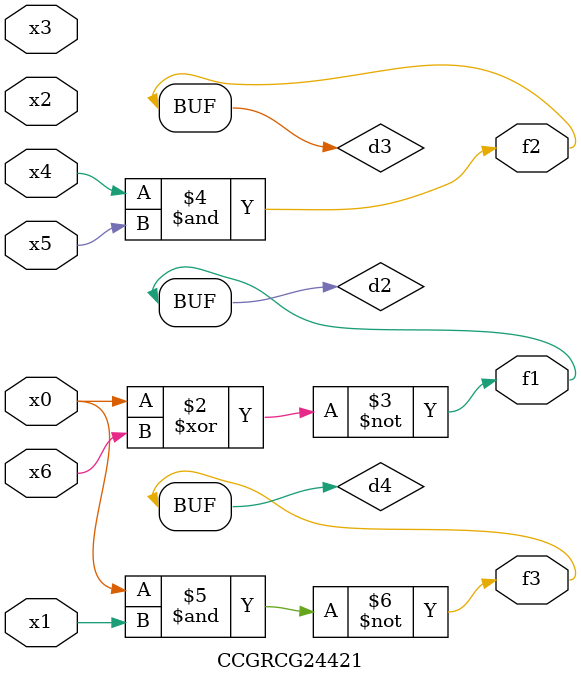
<source format=v>
module CCGRCG24421(
	input x0, x1, x2, x3, x4, x5, x6,
	output f1, f2, f3
);

	wire d1, d2, d3, d4;

	nor (d1, x0);
	xnor (d2, x0, x6);
	and (d3, x4, x5);
	nand (d4, x0, x1);
	assign f1 = d2;
	assign f2 = d3;
	assign f3 = d4;
endmodule

</source>
